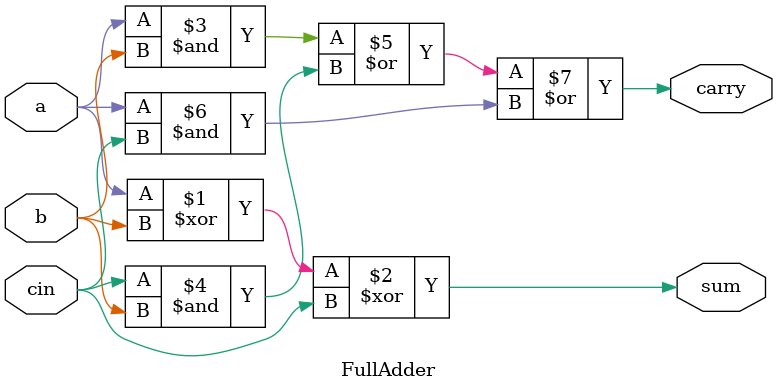
<source format=v>
module FullAdder
        (   input a,b,cin,
            output sum,carry
            );

assign sum = a ^ b ^ cin;
assign carry = (a & b) | (cin & b) | (a & cin);

endmodule
</source>
